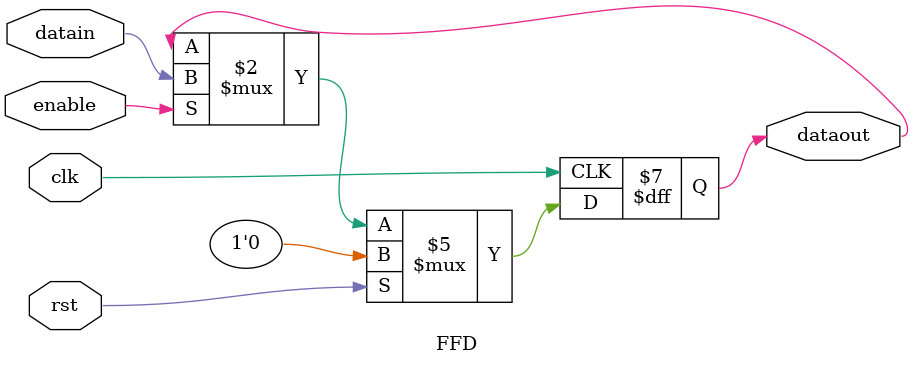
<source format=v>
`timescale 1ns / 1ps

module FFD(clk,rst,datain,enable,dataout);

input clk, rst, datain, enable;

output reg dataout;



   always @(negedge clk )
      if (rst) begin
         dataout <= 1'b0;
      end else if (enable) begin
         dataout <= datain;
      end

endmodule

</source>
